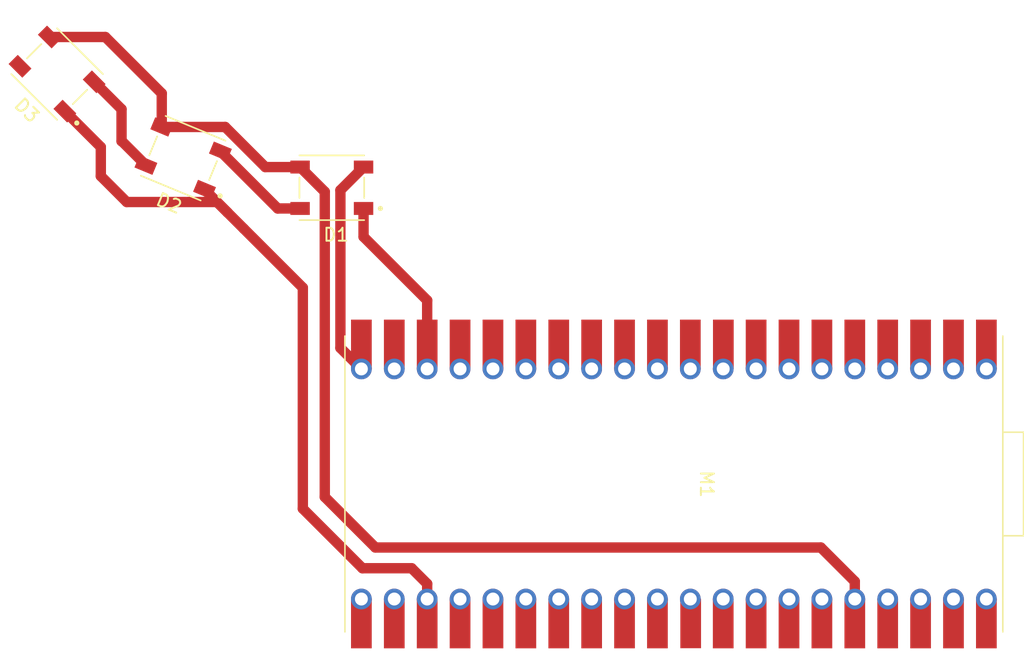
<source format=kicad_pcb>
(kicad_pcb (version 20221018) (generator pcbnew)
  (layers (0 "F.Cu" signal) (31 "B.Cu" signal) (34 "B.Paste" user) (35 "F.Paste" user) (36 "B.SilkS" user "B.Silkscreen") (37 "F.SilkS" user "F.Silkscreen") (38 "B.Mask" user) (39 "F.Mask" user) (44 "Edge.Cuts" user))
  (net 0 "")
  (net 1 "PWR_GND")
  (net 2 "Net-(D1-DOUT)")
  (net 3 "LED DIN")
  (net 4 "PWR_3V3")
  (net 5 "BTN_C6")
  (net 6 "BTN_C5")
  (net 7 "BTN_C4")
  (net 8 "BTN_C3")
  (net 9 "BTN_C2")
  (net 10 "BTN_C1")
  (net 11 "ENC2_BTN")
  (net 12 "IN_SWTCH")
  (net 13 "OUT_C6")
  (net 14 "OUT_C5")
  (net 15 "OUT_C4")
  (net 16 "OUT_C3")
  (net 17 "OUT_C2")
  (net 18 "OUT_C1")
  (net 19 "OUT_MIDI")
  (net 20 "ENC2_A")
  (net 21 "ENC2_B")
  (net 22 "BTN_PLAY")
  (net 25 "BTN_IN")
  (net 28 "ENC1_B")
  (net 29 "ENC1_A")
  (net 30 "IN")
  (net 33 "VSYS")
  (net 35 "Net-(D2-DOUT)")
  (net 36 "Net-(D3-DOUT)")
  (footprint "1655:LED_1655" (layer "F.Cu") (at 50.824296 93.213203 135)
    (fp_text reference "D3" (at -0.324999 -3.635 135) (layer "F.SilkS"))
    (fp_text value "1655")
    (fp_line (start -2.5 0.7865) (end -2.5 -0.7865) (stroke (width 0.127)) (layer "F.SilkS"))
    (fp_line (start -2.5 2.5) (end 2.5 2.5) (stroke (width 0.127)) (layer "F.SilkS"))
    (fp_line (start 2.5 -2.5) (end -2.5 -2.5) (stroke (width 0.127)) (layer "F.SilkS"))
    (fp_line (start 2.5 0.7865) (end 2.5 -0.7865) (stroke (width 0.127)) (layer "F.SilkS"))
    (fp_circle (center -3.75 -1.6) (end -3.65 -1.6) (stroke (width 0.2)) (fill none) (layer "F.SilkS"))
    (pad "1" smd rect (at -2.45 -1.6 225) (size 1 1.5) (layers "F.Cu" "F.Paste" "F.Mask") (net 1 "PWR_GND"))
    (pad "2" smd rect (at -2.45 1.6 225) (size 1 1.5) (layers "F.Cu" "F.Paste" "F.Mask") (net 35 "Net-(D2-DOUT)"))
    (pad "3" smd rect (at 2.45 1.6 225) (size 1 1.5) (layers "F.Cu" "F.Paste" "F.Mask") (net 4 "PWR_3V3"))
    (pad "4" smd rect (at 2.45 -1.6 225) (size 1 1.5) (layers "F.Cu" "F.Paste" "F.Mask") (net 36 "Net-(D3-DOUT)"))
  )
  (footprint "1655:LED_1655" (layer "F.Cu") (at 60.556997 99.716385 157.5)
    (fp_text reference "D2" (at -0.324999 -3.635 157.5) (layer "F.SilkS"))
    (fp_text value "1655")
    (fp_line (start -2.5 0.7865) (end -2.5 -0.7865) (stroke (width 0.127)) (layer "F.SilkS"))
    (fp_line (start -2.5 2.5) (end 2.5 2.5) (stroke (width 0.127)) (layer "F.SilkS"))
    (fp_line (start 2.5 -2.5) (end -2.5 -2.5) (stroke (width 0.127)) (layer "F.SilkS"))
    (fp_line (start 2.5 0.7865) (end 2.5 -0.7865) (stroke (width 0.127)) (layer "F.SilkS"))
    (fp_circle (center -3.75 -1.6) (end -3.65 -1.6) (stroke (width 0.2)) (fill none) (layer "F.SilkS"))
    (pad "1" smd rect (at -2.45 -1.6 247.5) (size 1 1.5) (layers "F.Cu" "F.Paste" "F.Mask") (net 1 "PWR_GND"))
    (pad "2" smd rect (at -2.45 1.6 247.5) (size 1 1.5) (layers "F.Cu" "F.Paste" "F.Mask") (net 2 "Net-(D1-DOUT)"))
    (pad "3" smd rect (at 2.45 1.6 247.5) (size 1 1.5) (layers "F.Cu" "F.Paste" "F.Mask") (net 4 "PWR_3V3"))
    (pad "4" smd rect (at 2.45 -1.6 247.5) (size 1 1.5) (layers "F.Cu" "F.Paste" "F.Mask") (net 35 "Net-(D2-DOUT)"))
  )
  (footprint "fab:RaspberryPi_PicoW_Combined" (layer "F.Cu") (at 98.45 124.89 -90)
    (fp_text reference "M1" (at 0.0025 -2.54 -90 unlocked) (layer "F.SilkS"))
    (fp_text value "Module_RaspberryPi_PicoW_Combined")
    (fp_line (start -11.43 25.4) (end 11.43 25.4) (stroke (width 0.12)) (layer "F.SilkS"))
    (fp_line (start -4 -27) (end 4 -27) (stroke (width 0.12)) (layer "F.SilkS"))
    (fp_line (start -4 -25.4) (end -4 -27) (stroke (width 0.12)) (layer "F.SilkS"))
    (fp_line (start 4 -27) (end 4 -25.4) (stroke (width 0.12)) (layer "F.SilkS"))
    (fp_line (start 8.89 -25.4) (end -11.43 -25.4) (stroke (width 0.12)) (layer "F.SilkS"))
    (fp_line (start 11.43 -25.4) (end 8.89 -25.4) (stroke (width 0.12)) (layer "F.SilkS"))
    (pad "1" smd rect (at -10.795 -24.13 270) (size 3.81 1.6) (layers "F.Cu" "F.Paste" "F.Mask") (net 5 "BTN_C6"))
    (pad "1" thru_hole circle (at -8.89 -24.13 270) (size 1.6 1.6) (drill 1) (layers "*.Cu" "*.Mask") (net 5 "BTN_C6"))
    (pad "2" smd rect (at -10.795 -21.59 270) (size 3.81 1.6) (layers "F.Cu" "F.Paste" "F.Mask") (net 6 "BTN_C5"))
    (pad "2" thru_hole circle (at -8.89 -21.59 270) (size 1.6 1.6) (drill 1) (layers "*.Cu" "*.Mask") (net 6 "BTN_C5"))
    (pad "3" smd rect (at -10.795 -19.05 270) (size 3.81 1.6) (layers "F.Cu" "F.Paste" "F.Mask") (net 1 "PWR_GND"))
    (pad "3" thru_hole circle (at -8.89 -19.05 270) (size 1.6 1.6) (drill 1) (layers "*.Cu" "*.Mask") (net 1 "PWR_GND"))
    (pad "4" smd rect (at -10.795 -16.51 270) (size 3.81 1.6) (layers "F.Cu" "F.Paste" "F.Mask") (net 7 "BTN_C4"))
    (pad "4" thru_hole circle (at -8.89 -16.51 270) (size 1.6 1.6) (drill 1) (layers "*.Cu" "*.Mask") (net 7 "BTN_C4"))
    (pad "5" smd rect (at -10.795 -13.97 270) (size 3.81 1.6) (layers "F.Cu" "F.Paste" "F.Mask") (net 8 "BTN_C3"))
    (pad "5" thru_hole circle (at -8.89 -13.97 270) (size 1.6 1.6) (drill 1) (layers "*.Cu" "*.Mask") (net 8 "BTN_C3"))
    (pad "6" smd rect (at -10.795 -11.43 270) (size 3.81 1.6) (layers "F.Cu" "F.Paste" "F.Mask") (net 9 "BTN_C2"))
    (pad "6" thru_hole circle (at -8.89 -11.43 270) (size 1.6 1.6) (drill 1) (layers "*.Cu" "*.Mask") (net 9 "BTN_C2"))
    (pad "7" smd rect (at -10.795 -8.89 270) (size 3.81 1.6) (layers "F.Cu" "F.Paste" "F.Mask") (net 10 "BTN_C1"))
    (pad "7" thru_hole circle (at -8.89 -8.89 270) (size 1.6 1.6) (drill 1) (layers "*.Cu" "*.Mask") (net 10 "BTN_C1"))
    (pad "8" smd rect (at -10.795 -6.35 270) (size 3.81 1.6) (layers "F.Cu" "F.Paste" "F.Mask") (net 1 "PWR_GND"))
    (pad "8" thru_hole circle (at -8.89 -6.35 270) (size 1.6 1.6) (drill 1) (layers "*.Cu" "*.Mask") (net 1 "PWR_GND"))
    (pad "9" smd rect (at -10.795 -3.819556 270) (size 3.81 1.6) (layers "F.Cu" "F.Paste" "F.Mask") (net 11 "ENC2_BTN"))
    (pad "9" thru_hole circle (at -8.89 -3.81 270) (size 1.6 1.6) (drill 1) (layers "*.Cu" "*.Mask") (net 11 "ENC2_BTN"))
    (pad "10" smd rect (at -10.795 -1.27 270) (size 3.81 1.6) (layers "F.Cu" "F.Paste" "F.Mask") (net 12 "IN_SWTCH"))
    (pad "10" thru_hole circle (at -8.89 -1.27 270) (size 1.6 1.6) (drill 1) (layers "*.Cu" "*.Mask") (net 12 "IN_SWTCH"))
    (pad "11" smd rect (at -10.795 1.27 270) (size 3.81 1.6) (layers "F.Cu" "F.Paste" "F.Mask") (net 13 "OUT_C6"))
    (pad "11" thru_hole circle (at -8.89 1.27 270) (size 1.6 1.6) (drill 1) (layers "*.Cu" "*.Mask") (net 13 "OUT_C6"))
    (pad "12" smd rect (at -10.795 3.81 270) (size 3.81 1.6) (layers "F.Cu" "F.Paste" "F.Mask") (net 14 "OUT_C5"))
    (pad "12" thru_hole circle (at -8.89 3.81 270) (size 1.6 1.6) (drill 1) (layers "*.Cu" "*.Mask") (net 14 "OUT_C5"))
    (pad "13" smd rect (at -10.795 6.35 270) (size 3.81 1.6) (layers "F.Cu" "F.Paste" "F.Mask") (net 1 "PWR_GND"))
    (pad "13" thru_hole circle (at -8.89 6.35 270) (size 1.6 1.6) (drill 1) (layers "*.Cu" "*.Mask") (net 1 "PWR_GND"))
    (pad "14" smd rect (at -10.795 8.89 270) (size 3.81 1.6) (layers "F.Cu" "F.Paste" "F.Mask") (net 15 "OUT_C4"))
    (pad "14" thru_hole circle (at -8.89 8.89 270) (size 1.6 1.6) (drill 1) (layers "*.Cu" "*.Mask") (net 15 "OUT_C4"))
    (pad "15" smd rect (at -10.795 11.43 270) (size 3.81 1.6) (layers "F.Cu" "F.Paste" "F.Mask") (net 16 "OUT_C3"))
    (pad "15" thru_hole circle (at -8.89 11.43 270) (size 1.6 1.6) (drill 1) (layers "*.Cu" "*.Mask") (net 16 "OUT_C3"))
    (pad "16" smd rect (at -10.795 13.97 270) (size 3.81 1.6) (layers "F.Cu" "F.Paste" "F.Mask") (net 17 "OUT_C2"))
    (pad "16" thru_hole circle (at -8.89 13.97 270) (size 1.6 1.6) (drill 1) (layers "*.Cu" "*.Mask") (net 17 "OUT_C2"))
    (pad "17" smd rect (at -10.795 16.51 270) (size 3.81 1.6) (layers "F.Cu" "F.Paste" "F.Mask") (net 18 "OUT_C1"))
    (pad "17" thru_hole circle (at -8.89 16.51 270) (size 1.6 1.6) (drill 1) (layers "*.Cu" "*.Mask") (net 18 "OUT_C1"))
    (pad "18" smd rect (at -10.795 19.05 270) (size 3.81 1.6) (layers "F.Cu" "F.Paste" "F.Mask") (net 1 "PWR_GND"))
    (pad "18" thru_hole circle (at -8.89 19.05 270) (size 1.6 1.6) (drill 1) (layers "*.Cu" "*.Mask") (net 1 "PWR_GND"))
    (pad "19" smd rect (at -10.795 21.59 270) (size 3.81 1.6) (layers "F.Cu" "F.Paste" "F.Mask") (net 19 "OUT_MIDI"))
    (pad "19" thru_hole circle (at -8.89 21.59 270) (size 1.6 1.6) (drill 1) (layers "*.Cu" "*.Mask") (net 19 "OUT_MIDI"))
    (pad "20" smd rect (at -10.795 24.13 270) (size 3.81 1.6) (layers "F.Cu" "F.Paste" "F.Mask") (net 3 "LED DIN"))
    (pad "20" thru_hole circle (at -8.89 24.13 270) (size 1.6 1.6) (drill 1) (layers "*.Cu" "*.Mask") (net 3 "LED DIN"))
    (pad "21" thru_hole circle (at 8.89 24.13 270) (size 1.6 1.6) (drill 1) (layers "*.Cu" "*.Mask") (net 20 "ENC2_A"))
    (pad "21" smd rect (at 10.795 24.13 270) (size 3.81 1.6) (layers "F.Cu" "F.Paste" "F.Mask") (net 20 "ENC2_A"))
    (pad "22" thru_hole circle (at 8.89 21.59 270) (size 1.6 1.6) (drill 1) (layers "*.Cu" "*.Mask") (net 21 "ENC2_B"))
    (pad "22" smd rect (at 10.795 21.59 270) (size 3.81 1.6) (layers "F.Cu" "F.Paste" "F.Mask") (net 21 "ENC2_B"))
    (pad "23" thru_hole circle (at 8.89 19.05 270) (size 1.6 1.6) (drill 1) (layers "*.Cu" "*.Mask") (net 1 "PWR_GND"))
    (pad "23" smd rect (at 10.795 19.05 270) (size 3.81 1.6) (layers "F.Cu" "F.Paste" "F.Mask") (net 1 "PWR_GND"))
    (pad "24" thru_hole circle (at 8.89 16.51 270) (size 1.6 1.6) (drill 1) (layers "*.Cu" "*.Mask") (net 22 "BTN_PLAY"))
    (pad "24" smd rect (at 10.795 16.51 270) (size 3.81 1.6) (layers "F.Cu" "F.Paste" "F.Mask") (net 22 "BTN_PLAY"))
    (pad "25" thru_hole circle (at 8.89 13.97 270) (size 1.6 1.6) (drill 1) (layers "*.Cu" "*.Mask"))
    (pad "25" smd rect (at 10.795 13.97 270) (size 3.81 1.6) (layers "F.Cu" "F.Paste" "F.Mask"))
    (pad "26" thru_hole circle (at 8.89 11.43 270) (size 1.6 1.6) (drill 1) (layers "*.Cu" "*.Mask"))
    (pad "26" smd rect (at 10.795 11.43 270) (size 3.81 1.6) (layers "F.Cu" "F.Paste" "F.Mask"))
    (pad "27" thru_hole circle (at 8.89 8.89 270) (size 1.6 1.6) (drill 1) (layers "*.Cu" "*.Mask") (net 25 "BTN_IN"))
    (pad "27" smd rect (at 10.795 8.89 270) (size 3.81 1.6) (layers "F.Cu" "F.Paste" "F.Mask") (net 25 "BTN_IN"))
    (pad "28" thru_hole circle (at 8.89 6.35 270) (size 1.6 1.6) (drill 1) (layers "*.Cu" "*.Mask") (net 1 "PWR_GND"))
    (pad "28" smd rect (at 10.795 6.35 270) (size 3.81 1.6) (layers "F.Cu" "F.Paste" "F.Mask") (net 1 "PWR_GND"))
    (pad "29" thru_hole circle (at 8.89 3.81 270) (size 1.6 1.6) (drill 1) (layers "*.Cu" "*.Mask"))
    (pad "29" smd rect (at 10.795 3.81 270) (size 3.81 1.6) (layers "F.Cu" "F.Paste" "F.Mask"))
    (pad "30" thru_hole circle (at 8.89 1.27 270) (size 1.6 1.6) (drill 1) (layers "*.Cu" "*.Mask"))
    (pad "30" smd rect (at 10.795 1.27 270) (size 3.81 1.6) (layers "F.Cu" "F.Paste" "F.Mask"))
    (pad "31" thru_hole circle (at 8.89 -1.27 270) (size 1.6 1.6) (drill 1) (layers "*.Cu" "*.Mask") (net 28 "ENC1_B"))
    (pad "31" smd rect (at 10.786443 -1.297864 270) (size 3.81 1.6) (layers "F.Cu" "F.Paste" "F.Mask") (net 28 "ENC1_B"))
    (pad "32" thru_hole circle (at 8.89 -3.81 270) (size 1.6 1.6) (drill 1) (layers "*.Cu" "*.Mask") (net 29 "ENC1_A"))
    (pad "32" smd rect (at 10.795 -3.81 270) (size 3.81 1.6) (layers "F.Cu" "F.Paste" "F.Mask") (net 29 "ENC1_A"))
    (pad "33" thru_hole circle (at 8.89 -6.35 270) (size 1.6 1.6) (drill 1) (layers "*.Cu" "*.Mask") (net 1 "PWR_GND"))
    (pad "33" smd rect (at 10.795 -6.35 270) (size 3.81 1.6) (layers "F.Cu" "F.Paste" "F.Mask") (net 1 "PWR_GND"))
    (pad "34" thru_hole circle (at 8.89 -8.89 270) (size 1.6 1.6) (drill 1) (layers "*.Cu" "*.Mask") (net 30 "IN"))
    (pad "34" smd rect (at 10.795 -8.89 270) (size 3.81 1.6) (layers "F.Cu" "F.Paste" "F.Mask") (net 30 "IN"))
    (pad "35" thru_hole circle (at 8.89 -11.43 270) (size 1.6 1.6) (drill 1) (layers "*.Cu" "*.Mask"))
    (pad "35" smd rect (at 10.795 -11.43 270) (size 3.81 1.6) (layers "F.Cu" "F.Paste" "F.Mask"))
    (pad "36" thru_hole circle (at 8.89 -13.97 270) (size 1.6 1.6) (drill 1) (layers "*.Cu" "*.Mask") (net 4 "PWR_3V3"))
    (pad "36" smd rect (at 10.795 -13.97 270) (size 3.81 1.6) (layers "F.Cu" "F.Paste" "F.Mask") (net 4 "PWR_3V3"))
    (pad "37" thru_hole circle (at 8.89 -16.51 270) (size 1.6 1.6) (drill 1) (layers "*.Cu" "*.Mask"))
    (pad "37" smd rect (at 10.795 -16.51 270) (size 3.81 1.6) (layers "F.Cu" "F.Paste" "F.Mask"))
    (pad "38" thru_hole circle (at 8.89 -19.05 270) (size 1.6 1.6) (drill 1) (layers "*.Cu" "*.Mask") (net 1 "PWR_GND"))
    (pad "38" smd rect (at 10.795 -19.05 270) (size 3.81 1.6) (layers "F.Cu" "F.Paste" "F.Mask") (net 1 "PWR_GND"))
    (pad "39" thru_hole circle (at 8.89 -21.59 270) (size 1.6 1.6) (drill 1) (layers "*.Cu" "*.Mask") (net 33 "VSYS"))
    (pad "39" smd rect (at 10.795 -21.59 270) (size 3.81 1.6) (layers "F.Cu" "F.Paste" "F.Mask") (net 33 "VSYS"))
    (pad "40" thru_hole circle (at 8.89 -24.13 270) (size 1.6 1.6) (drill 1) (layers "*.Cu" "*.Mask"))
    (pad "40" smd rect (at 10.795 -24.13 270) (size 3.81 1.6) (layers "F.Cu" "F.Paste" "F.Mask"))
  )
  (footprint "1655:LED_1655" (layer "F.Cu") (at 72.0375 102 180)
    (fp_text reference "D1" (at -0.325 -3.635 180) (layer "F.SilkS"))
    (fp_text value "1655")
    (fp_line (start -2.5 0.7865) (end -2.5 -0.7865) (stroke (width 0.127)) (layer "F.SilkS"))
    (fp_line (start -2.5 2.5) (end 2.5 2.5) (stroke (width 0.127)) (layer "F.SilkS"))
    (fp_line (start 2.5 -2.5) (end -2.5 -2.5) (stroke (width 0.127)) (layer "F.SilkS"))
    (fp_line (start 2.5 0.7865) (end 2.5 -0.7865) (stroke (width 0.127)) (layer "F.SilkS"))
    (fp_circle (center -3.75 -1.6) (end -3.65 -1.6) (stroke (width 0.2)) (fill none) (layer "F.SilkS"))
    (pad "1" smd rect (at -2.45 -1.6 270) (size 1 1.5) (layers "F.Cu" "F.Paste" "F.Mask") (net 1 "PWR_GND"))
    (pad "2" smd rect (at -2.45 1.6 270) (size 1 1.5) (layers "F.Cu" "F.Paste" "F.Mask") (net 3 "LED DIN"))
    (pad "3" smd rect (at 2.45 1.6 270) (size 1 1.5) (layers "F.Cu" "F.Paste" "F.Mask") (net 4 "PWR_3V3"))
    (pad "4" smd rect (at 2.45 -1.6 270) (size 1 1.5) (layers "F.Cu" "F.Paste" "F.Mask") (net 2 "Net-(D1-DOUT)"))
  )
  (segment (start 63.98802 103.91198) (end 63.17604 103.1) (width 0.8) (layer "F.Cu") (net 1))
  (segment (start 74.4875 105.7875) (end 74.4875 103.6) (width 0.8) (layer "F.Cu") (net 1))
  (segment (start 78.2 131.4) (end 79.4 132.6) (width 0.8) (layer "F.Cu") (net 1))
  (segment (start 79.4 116) (end 79.4 110.7) (width 0.8) (layer "F.Cu") (net 1))
  (segment (start 79.4 132.6) (end 79.4 133.78) (width 0.8) (layer "F.Cu") (net 1))
  (segment (start 63.17604 103.1) (end 56.2 103.1) (width 0.8) (layer "F.Cu") (net 1))
  (segment (start 54.2 101.1) (end 54.2 98.851648) (width 0.8) (layer "F.Cu") (net 1))
  (segment (start 79.4 110.7) (end 74.4875 105.7875) (width 0.8) (layer "F.Cu") (net 1))
  (segment (start 56.2 103.1) (end 54.2 101.1) (width 0.8) (layer "F.Cu") (net 1))
  (segment (start 65.23802 105.16198) (end 69.8 109.723959) (width 0.8) (layer "F.Cu") (net 1))
  (segment (start 54.2 98.851648) (end 51.425337 96.076985) (width 0.8) (layer "F.Cu") (net 1))
  (segment (start 62.208208 102.132167) (end 63.98802 103.91198) (width 0.8) (layer "F.Cu") (net 1))
  (segment (start 69.8 126.8) (end 74.4 131.4) (width 0.8) (layer "F.Cu") (net 1))
  (segment (start 69.8 109.723959) (end 69.8 126.8) (width 0.8) (layer "F.Cu") (net 1))
  (segment (start 74.4 131.4) (end 78.2 131.4) (width 0.8) (layer "F.Cu") (net 1))
  (segment (start 63.98802 103.91198) (end 65.23802 105.16198) (width 0.8) (layer "F.Cu") (net 1))
  (segment (start 67.857043 103.6) (end 63.432795 99.175752) (width 0.8) (layer "F.Cu") (net 2))
  (segment (start 69.5875 103.6) (end 67.857043 103.6) (width 0.8) (layer "F.Cu") (net 2))
  (segment (start 74.32 116) (end 72.7 114.38) (width 0.8) (layer "F.Cu") (net 3))
  (segment (start 72.7 102.1875) (end 74.4875 100.4) (width 0.8) (layer "F.Cu") (net 3))
  (segment (start 72.7 114.38) (end 72.7 102.1875) (width 0.8) (layer "F.Cu") (net 3))
  (segment (start 54.549421 90.349421) (end 50.223255 90.349421) (width 0.8) (layer "F.Cu") (net 4))
  (segment (start 66.9 100.4) (end 63.800603 97.300603) (width 0.8) (layer "F.Cu") (net 4))
  (segment (start 75.4 129.8) (end 71.4936 125.8936) (width 0.8) (layer "F.Cu") (net 4))
  (segment (start 71.4936 102.3061) (end 69.5875 100.4) (width 0.8) (layer "F.Cu") (net 4))
  (segment (start 58.905786 97.300603) (end 58.905786 94.705786) (width 0.8) (layer "F.Cu") (net 4))
  (segment (start 69.5875 100.4) (end 66.9 100.4) (width 0.8) (layer "F.Cu") (net 4))
  (segment (start 109.8 129.8) (end 75.4 129.8) (width 0.8) (layer "F.Cu") (net 4))
  (segment (start 63.800603 97.300603) (end 58.905786 97.300603) (width 0.8) (layer "F.Cu") (net 4))
  (segment (start 58.905786 94.705786) (end 54.549421 90.349421) (width 0.8) (layer "F.Cu") (net 4))
  (segment (start 112.42 132.42) (end 109.8 129.8) (width 0.8) (layer "F.Cu") (net 4))
  (segment (start 112.42 135.685) (end 112.42 132.42) (width 0.8) (layer "F.Cu") (net 4))
  (segment (start 71.4936 125.8936) (end 71.4936 102.3061) (width 0.8) (layer "F.Cu") (net 4))
  (segment (start 55.8 95.926166) (end 53.688078 93.814244) (width 0.8) (layer "F.Cu") (net 35))
  (segment (start 55.824181 98.4) (end 55.8 98.4) (width 0.8) (layer "F.Cu") (net 35))
  (segment (start 55.8 98.4) (end 55.8 95.926166) (width 0.8) (layer "F.Cu") (net 35))
  (segment (start 57.681199 100.257018) (end 55.824181 98.4) (width 0.8) (layer "F.Cu") (net 35))
)
</source>
